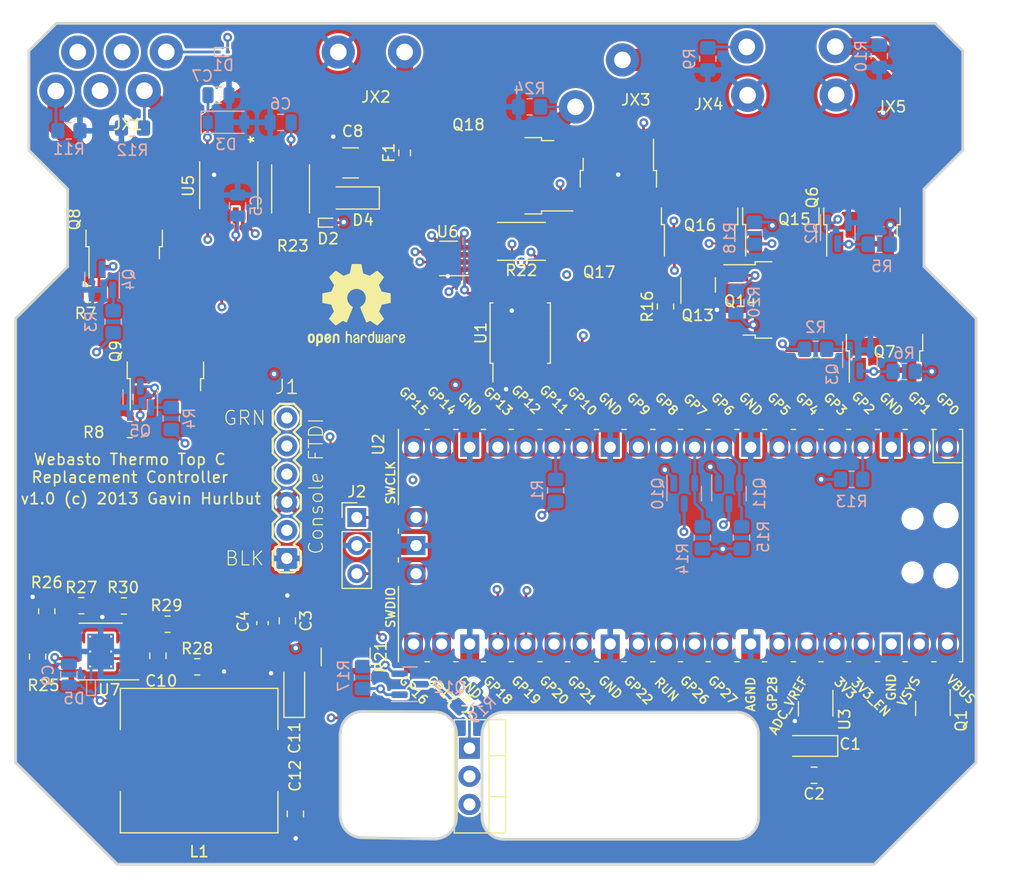
<source format=kicad_pcb>
(kicad_pcb (version 20211014) (generator pcbnew)
  (title_block (title "Webasto Replacement Mainboard (Therma Top C)") (date "2023-01-18") (rev "1.0"))
  (layers (0 "F.Cu" signal) (1 "In1.Cu" signal) (2 "In2.Cu" signal) (31 "B.Cu" signal) (34 "B.Paste" user) (35 "F.Paste" user) (36 "B.SilkS" user "B.Silkscreen") (37 "F.SilkS" user "F.Silkscreen") (38 "B.Mask" user) (39 "F.Mask" user) (44 "Edge.Cuts" user))
  (net 0 "")
  (net 1 "CirculationPump")
  (net 2 "+12V")
  (net 3 "+3V3")
  (net 4 "Net-(C6-Pad1)")
  (net 5 "KLine")
  (net 6 "Net-(C9-Pad1)")
  (net 7 "Net-(C9-Pad2)")
  (net 8 "Net-(C10-Pad1)")
  (net 9 "Net-(C10-Pad2)")
  (net 10 "ConsoleRTS")
  (net 11 "ConsoleCTS")
  (net 12 "SCL")
  (net 13 "SDA")
  (net 14 "+5V")
  (net 15 "Net-(Q2-Pad1)")
  (net 16 "Net-(Q2-Pad3)")
  (net 17 "Net-(Q3-Pad1)")
  (net 18 "Net-(Q3-Pad3)")
  (net 19 "Net-(Q4-Pad1)")
  (net 20 "Net-(Q4-Pad3)")
  (net 21 "Net-(Q5-Pad1)")
  (net 22 "Net-(Q5-Pad3)")
  (net 23 "~{GlowPlugInEN3V}")
  (net 24 "~{GlowPlugInEN}")
  (net 25 "~{GlowPlugOutEN3V}")
  (net 26 "~{GlowPlugOutEN}")
  (net 27 "Net-(Q13-Pad1)")
  (net 28 "Net-(Q13-Pad3)")
  (net 29 "Net-(Q14-Pad2)")
  (net 30 "GlowPlug+")
  (net 31 "Kelvin+")
  (net 32 "GlowPlug-")
  (net 33 "Kelvin-")
  (net 34 "CombustionFan3V")
  (net 35 "CirculationPump3V")
  (net 36 "FuelPump3V")
  (net 37 "VehicleFanRelay3V")
  (net 38 "GlowPlugOut3V")
  (net 39 "ConsoleTX")
  (net 40 "ConsoleRX")
  (net 41 "KLineEN")
  (net 42 "KLineTX")
  (net 43 "KLineRX")
  (net 47 "Net-(J2-Pad1)")
  (net 48 "Net-(J2-Pad3)")
  (net 59 "GND")
  (net 60 "FuelPump")
  (net 61 "VehicleFanRelay")
  (net 62 "CombustionFan")
  (net 63 "/VBUS")
  (net 64 "/VSYS")
  (net 65 "/ADC_VREF")
  (net 66 "StartRun")
  (net 67 "StartRun3V")
  (net 68 "Net-(D2-Pad1)")
  (net 69 "Net-(R21-Pad2)")
  (net 70 "Net-(R25-Pad2)")
  (net 71 "Net-(R27-Pad1)")
  (net 72 "Net-(R29-Pad2)")
  (net 73 "Net-(F1-Pad2)")
  (net 74 "Net-(Q12-Pad3)")
  (footprint "Package_SO:SOIC-8_5.23x5.23mm_P1.27mm" (layer "F.Cu") (at 145.796 81.534 90)
    (fp_text reference "U1")
    (fp_text value "CY15E004J")
  )
  (footprint "Resistor_SMD:R_0805_2012Metric_Pad1.20x1.40mm_HandSolder" (layer "F.Cu") (at 106.75 78)
    (fp_text reference "R7")
    (fp_text value "10k")
  )
  (footprint "Resistor_SMD:R_0805_2012Metric_Pad1.20x1.40mm_HandSolder" (layer "F.Cu") (at 106.125 106.175)
    (fp_text reference "R27")
    (fp_text value "47k")
  )
  (footprint "Beirdo:Webasto_Therma_Top_C_X3" (layer "F.Cu") (at 152.675 59)
    (fp_text reference "JX3")
    (fp_text value "2-pole connector")
  )
  (footprint "Symbol:OSHW-Logo2_9.8x8mm_SilkScreen" (layer "F.Cu") (at 131 79)
    (fp_text reference "REF**" hide)
    (fp_text value "OSHW-Logo2_9.8x8mm_SilkScreen" hide)
  )
  (footprint "Package_TO_SOT_SMD:TO-252-2" (layer "F.Cu") (at 169.505 78.535)
    (fp_text reference "Q14")
    (fp_text value "SUD50P04-08")
  )
  (footprint "Resistor_SMD:R_0805_2012Metric_Pad1.20x1.40mm_HandSolder" (layer "F.Cu") (at 113.925 107.85 180)
    (fp_text reference "R29")
    (fp_text value "3.0k")
  )
  (footprint "Resistor_SMD:R_2512_6332Metric_Pad1.40x3.35mm_HandSolder" (layer "F.Cu") (at 145.9 73.24 180)
    (fp_text reference "R22")
    (fp_text value "1R 1% 2W")
  )
  (footprint "Connector_PinHeader_2.54mm:PinHeader_1x03_P2.54mm_Vertical" (layer "F.Cu") (at 131.025 98.2)
    (fp_text reference "J2")
    (fp_text value "DEBUG")
  )
  (footprint "Resistor_SMD:R_0805_2012Metric_Pad1.20x1.40mm_HandSolder" (layer "F.Cu") (at 158.93 79.13 90)
    (fp_text reference "R16")
    (fp_text value "10R")
  )
  (footprint "Resistor_SMD:R_0805_2012Metric_Pad1.20x1.40mm_HandSolder" (layer "F.Cu") (at 110.5 90.25)
    (fp_text reference "R8")
    (fp_text value "10k")
  )
  (footprint "Package_TO_SOT_THT:TO-220-3_Vertical" (layer "F.Cu") (at 141.20858 119.054629 -90)
    (fp_text reference "U4")
    (fp_text value "LM7805_TO220")
  )
  (footprint "Package_TO_SOT_SMD:TO-252-2" (layer "F.Cu") (at 113.725 83.175 90)
    (fp_text reference "Q9")
    (fp_text value "SUD50P04-08")
  )
  (footprint "Package_TO_SOT_SMD:TO-252-2" (layer "F.Cu") (at 176.685 69.265 90)
    (fp_text reference "Q6")
    (fp_text value "SUD50P04-08")
  )
  (footprint "Resistor_SMD:R_0805_2012Metric_Pad1.20x1.40mm_HandSolder" (layer "F.Cu") (at 102.175 110.775 90)
    (fp_text reference "R25")
    (fp_text value "909k 1%")
  )
  (footprint "Package_TO_SOT_SMD:SOT-23" (layer "F.Cu") (at 172.5 115.5 -90)
    (fp_text reference "U3")
    (fp_text value "LM4040DBZ-2.0")
  )
  (footprint "Capacitor_SMD:C_0805_2012Metric_Pad1.18x1.45mm_HandSolder" (layer "F.Cu") (at 124.75 107.5375 -90)
    (fp_text reference "C3")
    (fp_text value "100nF 25V")
  )
  (footprint "Package_TO_SOT_SMD:SOT-23" (layer "F.Cu") (at 183.1 115.45 -90)
    (fp_text reference "Q1")
    (fp_text value "DMG2301L")
  )
  (footprint "UltraLibrarian:MC33660BEFR2" (layer "F.Cu") (at 119.45 68.175 -90)
    (fp_text reference "U5")
    (fp_text value "MC33660BEFR2")
  )
  (footprint "Resistor_SMD:R_2816_7142Metric_Pad3.20x4.45mm_HandSolder" (layer "F.Cu") (at 130.02 110.8 -90)
    (fp_text reference "R21")
    (fp_text value "50R 1% 1W")
  )
  (footprint "Package_TO_SOT_SMD:TO-252-2" (layer "F.Cu") (at 178.725 80.675 90)
    (fp_text reference "Q7")
    (fp_text value "SUD50P04-08")
  )
  (footprint "Resistor_SMD:R_0805_2012Metric_Pad1.20x1.40mm_HandSolder" (layer "F.Cu") (at 103 106.675 90)
    (fp_text reference "R26")
    (fp_text value "324k 1%")
  )
  (footprint "Resistor_SMD:R_0805_2012Metric_Pad1.20x1.40mm_HandSolder" (layer "F.Cu") (at 116.6 111.7)
    (fp_text reference "R28")
    (fp_text value "6k2")
  )
  (footprint "Beirdo:Webasto_Therma_Top_C_X4X5" (layer "F.Cu") (at 166.275 57.875)
    (fp_text reference "JX4")
    (fp_text value "2-pole connector")
  )
  (footprint "Resistor_SMD:R_2512_6332Metric_Pad1.40x3.35mm_HandSolder" (layer "F.Cu") (at 125.04 68.5 90)
    (fp_text reference "R23")
    (fp_text value "510R 2W")
  )
  (footprint "Package_TO_SOT_SMD:SOT-23" (layer "F.Cu") (at 161.88 77.1775 90)
    (fp_text reference "Q13")
    (fp_text value "2N7002")
  )
  (footprint "Capacitor_SMD:C_0603_1608Metric_Pad1.08x0.95mm_HandSolder" (layer "F.Cu") (at 122.5 107.75 -90)
    (fp_text reference "C4")
    (fp_text value "100nF 25V")
  )
  (footprint "Package_TO_SOT_SMD:TO-252-2" (layer "F.Cu") (at 145.255 67.315 180)
    (fp_text reference "Q18")
    (fp_text value "SUD50P04-08")
  )
  (footprint "Resistor_SMD:R_0603_1608Metric_Pad0.98x0.95mm_HandSolder" (layer "F.Cu") (at 135.35 65.2375 90)
    (fp_text reference "F1")
    (fp_text value "6A Polyfuse")
  )
  (footprint "Capacitor_Tantalum_SMD:CP_EIA-3216-10_Kemet-I_Pad1.58x1.35mm_HandSolder" (layer "F.Cu") (at 172.0125 118.85 180)
    (fp_text reference "C1")
    (fp_text value "10uF Ta 6V3")
  )
  (footprint "MCU_RaspberryPi_and_Boards:RPi_Pico_SMD_TH" (layer "F.Cu") (at 160.285 100.74 -90)
    (fp_text reference "U2")
    (fp_text value "Pico")
  )
  (footprint "Diode_SMD:D_SOD-923" (layer "F.Cu") (at 128.3525 71.55)
    (fp_text reference "D2")
    (fp_text value "ACDBQC0130L-HF")
  )
  (footprint "UltraLibrarian:PM4346.333NLT" (layer "F.Cu") (at 116.775 120.175)
    (fp_text reference "L1")
    (fp_text value "33uH 5A 88mOhm")
  )
  (footprint "Package_TO_SOT_SMD:SOT-23-8" (layer "F.Cu") (at 139.3225 74.785 180)
    (fp_text reference "U6")
    (fp_text value "INA219BxDCN")
  )
  (footprint "Package_TO_SOT_SMD:TO-252-2" (layer "F.Cu") (at 154.665 69.305 -90)
    (fp_text reference "Q17")
    (fp_text value "SUD50P04-08")
  )
  (footprint "Diode_SMD:D_SOD-123" (layer "F.Cu") (at 130.81 69.32 180)
    (fp_text reference "D4")
    (fp_text value "MMSZ5260C-E3-08")
  )
  (footprint "Package_TO_SOT_SMD:TO-252-2" (layer "F.Cu") (at 162.01 69.26 90)
    (fp_text reference "Q16")
    (fp_text value "SUD50P04-08")
  )
  (footprint "Beirdo:Webasto_Therma_Top_C_X2" (layer "F.Cu") (at 132.375 56.125)
    (fp_text reference "JX2")
    (fp_text value "2-pole connector")
  )
  (footprint "Capacitor_Tantalum_SMD:CP_EIA-3216-10_Kemet-I_Pad1.58x1.35mm_HandSolder" (layer "F.Cu") (at 125.375 113.7875 90)
    (fp_text reference "C11")
    (fp_text value "100uF Ta 6V")
  )
  (footprint "Capacitor_SMD:C_0805_2012Metric" (layer "F.Cu") (at 125.475 125 -90)
    (fp_text reference "C12")
    (fp_text value "10uF")
  )
  (footprint "Beirdo:Webasto_Therma_Top_C_X1" (layer "F.Cu") (at 109.0574 57.745)
    (fp_text reference "JX1")
    (fp_text value "6-pole connector")
  )
  (footprint "Capacitor_SMD:C_0805_2012Metric" (layer "F.Cu") (at 113.05 110.7 -90)
    (fp_text reference "C10")
    (fp_text value "10nF")
  )
  (footprint "Capacitor_SMD:C_1210_3225Metric_Pad1.33x2.70mm_HandSolder" (layer "F.Cu") (at 130.4625 66.15 180)
    (fp_text reference "C8")
    (fp_text value "10uF 100V")
  )
  (footprint "Package_TO_SOT_SMD:TO-252-2" (layer "F.Cu") (at 110 71.25 90)
    (fp_text reference "Q8")
    (fp_text value "SUD50P04-08")
  )
  (footprint "Capacitor_SMD:C_0805_2012Metric_Pad1.18x1.45mm_HandSolder" (layer "F.Cu") (at 172.3625 121.5 180)
    (fp_text reference "C2")
    (fp_text value "100nF")
  )
  (footprint "Beirdo:FTDI_BASIC" (layer "F.Cu") (at 124.7 101.9 90)
    (fp_text reference "J1")
    (fp_text value "Console FTDI")
  )
  (footprint "Package_TO_SOT_SMD:TO-252-2" (layer "F.Cu") (at 169.35 69.25 90)
    (fp_text reference "Q15")
    (fp_text value "SUD50P04-08")
  )
  (footprint "Resistor_SMD:R_0805_2012Metric_Pad1.20x1.40mm_HandSolder" (layer "F.Cu") (at 109.975 106.2 180)
    (fp_text reference "R30")
    (fp_text value "750R")
  )
  (footprint "Package_SO:HTSOP-8-1EP_3.9x4.9mm_P1.27mm_EP2.4x3.2mm_ThermalVias" (layer "F.Cu") (at 107.875 110.315 180)
    (fp_text reference "U7")
    (fp_text value "BD9G341EFJ")
  )
  (footprint "Beirdo:Webasto_Therma_Top_C_X4X5" (layer "F.Cu") (at 174.275 57.85)
    (fp_text reference "JX5")
    (fp_text value "2-pole connector")
  )
  (footprint "Diode_SMD:D_SOD-923" (layer "B.Cu") (at 118.95 56.125)
    (fp_text reference "D1")
    (fp_text value "ACDBQC0130L-HF")
  )
  (footprint "Resistor_SMD:R_0805_2012Metric_Pad1.20x1.40mm_HandSolder" (layer "B.Cu") (at 109 80.5 90)
    (fp_text reference "R3")
    (fp_text value "10R")
  )
  (footprint "Package_TO_SOT_SMD:SOT-23" (layer "B.Cu") (at 164.66 96.05 -90)
    (fp_text reference "Q11")
    (fp_text value "2N7002")
  )
  (footprint "Resistor_SMD:R_0805_2012Metric_Pad1.20x1.40mm_HandSolder" (layer "B.Cu") (at 165.29 78.72 90)
    (fp_text reference "R20")
    (fp_text value "10k")
  )
  (footprint "Diode_SMD:D_SOD-123" (layer "B.Cu") (at 119.2 62.475)
    (fp_text reference "D3")
    (fp_text value "BZT52C27-7-F")
  )
  (footprint "Resistor_SMD:R_0805_2012Metric_Pad1.20x1.40mm_HandSolder" (layer "B.Cu") (at 146.64 61.08 180)
    (fp_text reference "R24")
    (fp_text value "100k")
  )
  (footprint "Package_TO_SOT_SMD:SOT-23" (layer "B.Cu") (at 135.83 113.27)
    (fp_text reference "Q12")
    (fp_text value "SSM3J374R")
  )
  (footprint "Resistor_SMD:R_0805_2012Metric_Pad1.20x1.40mm_HandSolder" (layer "B.Cu") (at 178.25 56.5 -90)
    (fp_text reference "R10")
    (fp_text value "10R")
  )
  (footprint "Resistor_SMD:R_0805_2012Metric_Pad1.20x1.40mm_HandSolder" (layer "B.Cu") (at 149 95.75 -90)
    (fp_text reference "R1")
    (fp_text value "10R")
  )
  (footprint "Resistor_SMD:R_0805_2012Metric_Pad1.20x1.40mm_HandSolder" (layer "B.Cu") (at 166.95 72.5 90)
    (fp_text reference "R18")
    (fp_text value "10k")
  )
  (footprint "Package_TO_SOT_SMD:SOT-23" (layer "B.Cu") (at 108 76.6875 90)
    (fp_text reference "Q4")
    (fp_text value "2N7002")
  )
  (footprint "Resistor_SMD:R_0805_2012Metric_Pad1.20x1.40mm_HandSolder" (layer "B.Cu") (at 165.8 100.03 -90)
    (fp_text reference "R15")
    (fp_text value "10k")
  )
  (footprint "Package_TO_SOT_SMD:SOT-23" (layer "B.Cu") (at 176.5 84 -90)
    (fp_text reference "Q3")
    (fp_text value "2N7002")
  )
  (footprint "Capacitor_SMD:C_0805_2012Metric" (layer "B.Cu") (at 118.525 60.025)
    (fp_text reference "C7")
    (fp_text value "5nF")
  )
  (footprint "Resistor_SMD:R_0805_2012Metric_Pad1.20x1.40mm_HandSolder" (layer "B.Cu") (at 114.25 89.25 90)
    (fp_text reference "R4")
    (fp_text value "10R")
  )
  (footprint "Package_TO_SOT_SMD:SOT-23" (layer "B.Cu") (at 174.5 72.5 -90)
    (fp_text reference "Q2")
    (fp_text value "2N7002")
  )
  (footprint "Package_TO_SOT_SMD:SOT-23" (layer "B.Cu") (at 160.62 96.04 -90)
    (fp_text reference "Q10")
    (fp_text value "2N7002")
  )
  (footprint "Resistor_SMD:R_0805_2012Metric_Pad1.20x1.40mm_HandSolder" (layer "B.Cu") (at 131.55 112.66 90)
    (fp_text reference "R17")
    (fp_text value "10k")
  )
  (footprint "Resistor_SMD:R_0805_2012Metric_Pad1.20x1.40mm_HandSolder" (layer "B.Cu") (at 172.5 83)
    (fp_text reference "R2")
    (fp_text value "10R")
  )
  (footprint "Capacitor_SMD:C_0805_2012Metric" (layer "B.Cu") (at 120.25 70 90)
    (fp_text reference "C5")
    (fp_text value "1nF")
  )
  (footprint "Package_TO_SOT_SMD:SOT-23" (layer "B.Cu") (at 111.45 87.3125 90)
    (fp_text reference "Q5")
    (fp_text value "2N7002")
  )
  (footprint "Resistor_SMD:R_0805_2012Metric_Pad1.20x1.40mm_HandSolder" (layer "B.Cu") (at 180.5 85 180)
    (fp_text reference "R6")
    (fp_text value "10k")
  )
  (footprint "Capacitor_SMD:C_0805_2012Metric" (layer "B.Cu") (at 105 112.4 -90)
    (fp_text reference "C9")
    (fp_text value "100nF")
  )
  (footprint "Resistor_SMD:R_0805_2012Metric_Pad1.20x1.40mm_HandSolder" (layer "B.Cu") (at 162.75 56.75 -90)
    (fp_text reference "R9")
    (fp_text value "10R")
  )
  (footprint "Diode_SMD:D_SOD-923" (layer "B.Cu") (at 107 113.4825 90)
    (fp_text reference "D5")
    (fp_text value "ACDBQC0130L-HF")
  )
  (footprint "Resistor_SMD:R_0805_2012Metric_Pad1.20x1.40mm_HandSolder" (layer "B.Cu") (at 140.937107 114.592893 45)
    (fp_text reference "R19")
    (fp_text value "10k")
  )
  (footprint "Capacitor_SMD:C_0805_2012Metric" (layer "B.Cu") (at 124.14 62.49 180)
    (fp_text reference "C6")
    (fp_text value "10nF")
  )
  (footprint "Resistor_SMD:R_0805_2012Metric_Pad1.20x1.40mm_HandSolder" (layer "B.Cu") (at 105 63.25)
    (fp_text reference "R11")
    (fp_text value "10R")
  )
  (footprint "Resistor_SMD:R_0805_2012Metric_Pad1.20x1.40mm_HandSolder" (layer "B.Cu") (at 110.75 63 180)
    (fp_text reference "R12")
    (fp_text value "10R")
  )
  (footprint "Resistor_SMD:R_0805_2012Metric_Pad1.20x1.40mm_HandSolder" (layer "B.Cu") (at 178.25 73.5 180)
    (fp_text reference "R5")
    (fp_text value "10k")
  )
  (footprint "Resistor_SMD:R_0805_2012Metric_Pad1.20x1.40mm_HandSolder" (layer "B.Cu") (at 162.26 100.03 -90)
    (fp_text reference "R14")
    (fp_text value "10k")
  )
  (footprint "Resistor_SMD:R_0805_2012Metric_Pad1.20x1.40mm_HandSolder" (layer "B.Cu") (at 175.75 94.75)
    (fp_text reference "R13")
    (fp_text value "10k")
  )
  (gr_line locked (start 185.792 65.015) (end 185.792 56.015) (layer "Edge.Cuts") (width 0.254))
  (gr_line locked (start 185.792 56.015) (end 183.317 53.54) (layer "Edge.Cuts") (width 0.254))
  (gr_line locked (start 140.036 125.265) (end 140.036 117.765) (layer "Edge.Cuts") (width 0.254))
  (gr_line locked (start 101.392 65.015) (end 104.892 68.515) (layer "Edge.Cuts") (width 0.254))
  (gr_line locked (start 138.036 115.765) (end 131.546 115.73) (layer "Edge.Cuts") (width 0.254))
  (gr_line locked (start 186.992 80.215) (end 182.292 75.515) (layer "Edge.Cuts") (width 0.254))
  (gr_arc locked (start 140.036 125.265) (mid 139.450214 126.679214) (end 138.036 127.265) (layer "Edge.Cuts") (width 0.254))
  (gr_line locked (start 103.867 53.54) (end 101.392 56.015) (layer "Edge.Cuts") (width 0.254))
  (gr_arc locked (start 144.342 127.29) (mid 142.927774 126.704201) (end 142.342 125.289965) (layer "Edge.Cuts") (width 0.254))
  (gr_arc locked (start 129.546 117.73) (mid 130.131799 116.315774) (end 131.546035 115.73) (layer "Edge.Cuts") (width 0.254))
  (gr_line locked (start 100.192 80.215) (end 100.192 120.348) (layer "Edge.Cuts") (width 0.254))
  (gr_arc locked (start 131.53 127.144) (mid 130.115774 126.558201) (end 129.53 125.143965) (layer "Edge.Cuts") (width 0.254))
  (gr_line locked (start 183.317 53.54) (end 103.867 53.54) (layer "Edge.Cuts") (width 0.254))
  (gr_line locked (start 104.892 75.515) (end 100.192 80.215) (layer "Edge.Cuts") (width 0.254))
  (gr_arc locked (start 138.036 115.765) (mid 139.450214 116.350786) (end 140.036 117.765) (layer "Edge.Cuts") (width 0.254))
  (gr_line locked (start 186.992 120.348) (end 186.992 80.215) (layer "Edge.Cuts") (width 0.254))
  (gr_line locked (start 131.53 127.144) (end 138.036 127.265) (layer "Edge.Cuts") (width 0.254))
  (gr_line locked (start 165.342 115.79) (end 144.342 115.79) (layer "Edge.Cuts") (width 0.254))
  (gr_line locked (start 167.342 125.29) (end 167.342 117.79) (layer "Edge.Cuts") (width 0.254))
  (gr_line locked (start 182.292 68.515) (end 185.792 65.015) (layer "Edge.Cuts") (width 0.254))
  (gr_line locked (start 104.892 68.515) (end 104.892 75.515) (layer "Edge.Cuts") (width 0.254))
  (gr_arc locked (start 165.342 115.79) (mid 166.756214 116.375786) (end 167.342 117.79) (layer "Edge.Cuts") (width 0.254))
  (gr_arc locked (start 167.342 125.29) (mid 166.756214 126.704214) (end 165.342 127.29) (layer "Edge.Cuts") (width 0.254))
  (gr_line locked (start 182.292 75.515) (end 182.292 68.515) (layer "Edge.Cuts") (width 0.254))
  (gr_line locked (start 101.392 56.015) (end 101.392 65.015) (layer "Edge.Cuts") (width 0.254))
  (gr_line locked (start 177.8 129.54) (end 186.992 120.348) (layer "Edge.Cuts") (width 0.254))
  (gr_arc locked (start 142.342 117.79) (mid 142.927799 116.375774) (end 144.342035 115.79) (layer "Edge.Cuts") (width 0.254))
  (gr_line locked (start 109.384 129.54) (end 177.8 129.54) (layer "Edge.Cuts") (width 0.254))
  (gr_line locked (start 144.342 127.29) (end 165.342 127.29) (layer "Edge.Cuts") (width 0.254))
  (gr_line locked (start 142.342 117.79) (end 142.342 125.29) (layer "Edge.Cuts") (width 0.254))
  (gr_line locked (start 129.514 117.695) (end 129.514 125.195) (layer "Edge.Cuts") (width 0.254))
  (gr_line locked (start 100.192 120.348) (end 109.384 129.54) (layer "Edge.Cuts") (width 0.254))
  (gr_text "v1.0 (c) 2013 Gavin Hurlbut" (at 111.5 96.5) (layer "F.SilkS") (effects (font (size 1 1))))
  (gr_text "Webasto Thermo Top C\nReplacement Controller" (at 110.5 93.75) (layer "F.SilkS") (effects (font (size 1 1))))
  (segment (start 181.25 58.75) (end 178.1402 55.6402) (width 1.5) (layer "F.Cu") (net 1))
  (segment (start 178.925 78.575) (end 181.25 76.25) (width 0.25) (layer "F.Cu") (net 1))
  (segment (start 178.1402 55.6402) (end 174.275 55.6402) (width 1.5) (layer "F.Cu") (net 1))
  (segment (start 178.725 78.575) (end 178.925 78.575) (width 0.25) (layer "F.Cu") (net 1))
  (segment (start 181.25 76.25) (end 181.25 58.75) (width 1.5) (layer "F.Cu") (net 1))
  (segment (start 178.25 55.5) (end 178.1098 55.6402) (width 0.25) (layer "B.Cu") (net 1))
  (segment (start 178.1098 55.6402) (end 174.275 55.6402) (width 0.25) (layer "B.Cu") (net 1))
  (segment (start 165.34 80.78) (end 165.305 80.815) (width 0.25) (layer "F.Cu") (net 2))
  (segment (start 128.7725 71.55) (end 129.8 71.55) (width 0.25) (layer "F.Cu") (net 2))
  (segment (start 102.62 112.22) (end 102.175 111.775) (width 0.25) (layer "F.Cu") (net 2))
  (segment (start 129.8 71.55) (end 129.85 71.5) (width 0.25) (layer "F.Cu") (net 2))
  (via (at 179.25 71.75) (size 0.8) (drill 0.4) (layers "F.Cu" "B.Cu") (net 2))
  (via (at 166.88 80.78) (size 0.8) (drill 0.4) (layers "F.Cu" "B.Cu") (net 2))
  (via (at 129.85 71.5) (size 0.8) (drill 0.4) (layers "F.Cu" "B.Cu") (net 2))
  (via (at 183 85) (size 0.8) (drill 0.4) (layers "F.Cu" "B.Cu") (net 2))
  (via (at 168.59 71.81) (size 0.8) (drill 0.4) (layers "F.Cu" "B.Cu") (net 2))
  (via (at 133.6 111.54) (size 0.8) (drill 0.4) (layers "F.Cu" "B.Cu") (net 2))
  (via (at 125.5 110) (size 0.8) (drill 0.4) (layers "F.Cu" "B.Cu") (net 2))
  (segment (start 181.5 85) (end 183 85) (width 0.25) (layer "B.Cu") (net 2))
  (segment (start 131.55 111.66) (end 133.48 111.66) (width 0.25) (layer "B.Cu") (net 2))
  (segment (start 168.28 71.5) (end 168.59 71.81) (width 0.25) (layer "B.Cu") (net 2))
  (segment (start 166.95 71.5) (end 168.28 71.5) (width 0.25) (layer "B.Cu") (net 2))
  (segment (start 166.35 80.78) (end 166.88 80.78) (width 0.25) (layer "B.Cu") (net 2))
  (segment (start 134.8925 112.32) (end 134.38 112.32) (width 0.25) (layer "B.Cu") (net 2))
  (segment (start 179.25 73.5) (end 179.25 71.75) (width 0.25) (layer "B.Cu") (net 2))
  (segment (start 165.29 79.72) (end 166.35 80.78) (width 0.25) (layer "B.Cu") (net 2))
  (segment (start 134.38 112.32) (end 133.6 111.54) (width 0.25) (layer "B.Cu") (net 2))
  (segment (start 133.48 111.66) (end 133.6 111.54) (width 0.25) (layer "B.Cu") (net 2))
  (segment (start 143.891 77.934) (end 141.064 77.934) (width 0.25) (layer "F.Cu") (net 3))
  (segment (start 120.085 81.685) (end 123.36 84.96) (width 0.25) (layer "F.Cu") (net 3))
  (segment (start 120.085 72.665) (end 120.085 81.685) (width 0.25) (layer "F.Cu") (net 3))
  (segment (start 120.085 70.89915) (end 120.085 72.665) (width 0.25) (layer "F.Cu") (net 3))
  (segment (start 141.064 77.934) (end 140.76 77.63) (width 0.25) (layer "F.Cu") (net 3))
  (segment (start 140.46 73.81) (end 140.46 72.79) (width 0.25) (layer "F.Cu") (net 3))
  (segment (start 140.46 72.79) (end 140.75 72.5) (width 0.25) (layer "F.Cu") (net 3))
  (via (at 139.95 86.21) (size 0.8) (drill 0.4) (layers "F.Cu" "B.Cu") (net 3))
  (via (at 140.75 72.5) (size 0.8) (drill 0.4) (layers "F.Cu" "B.Cu") (net 3))
  (via (at 162.97 93.62) (size 0.8) (drill 0.4) (layers "F.Cu" "B.Cu") (net 3))
  (via (at 120.085 72.665) (size 0.8) (drill 0.4) (layers "F.Cu" "B.Cu") (net 3))
  (via (at 173 94.75) (size 0.8) (drill 0.4) (layers "F.Cu" "B.Cu") (net 3))
  (via (at 158.87 93.88) (size 0.8) (drill 0.4) (layers "F.Cu" "B.Cu") (net 3))
  (via (at 164.11 101.03) (size 0.8) (drill 0.4) (layers "F.Cu" "B.Cu") (net 3))
  (via (at 140.76 77.63) (size 0.8) (drill 0.4) (layers "F.Cu" "B.Cu") (net 3))
  (via (at 123.55 85.23) (size 0.8) (drill 0.4) (layers "F.Cu" "B.Cu") (net 3))
  (segment (start 120.25 70.95) (end 120.25 72.5) (width 0.25) (layer "B.Cu") (net 3))
  (segment (start 140.75 72.5) (end 140.76 72.51) (width 0.25) (layer "B.Cu") (net 3))
  (segment (start 162.26 101.03) (end 165.8 101.03) (width 0.25) (layer "B.Cu") (net 3))
  (segment (start 120.25 72.5) (end 120.085 72.665) (width 0.25) (layer "B.Cu") (net 3))
  (segment (start 140.76 72.51) (end 140.76 77.63) (width 0.25) (layer "B.Cu") (net 3))
  (segment (start 174.75 94.75) (end 173 94.75) (width 0.25) (layer "B.Cu") (net 3))
  (segment (start 159.67 95.1025) (end 159.67 94.68) (width 0.25) (layer "B.Cu") (net 3))
  (segment (start 163.71 94.36) (end 162.97 93.62) (width 0.25) (layer "B.Cu") (net 3))
  (segment (start 163.71 95.1125) (end 163.71 94.36) (width 0.25) (layer "B.Cu") (net 3))
  (segment (start 159.67 94.68) (end 158.87 93.88) (width 0.25) (layer "B.Cu") (net 3))
  (segment (start 121.355 65.45085) (end 125.03915 65.45085) (width 0.25) (layer "F.Cu") (net 4))
  (segment (start 125.04 64.07) (end 125.09 64.02) (width 0.25) (layer "F.Cu") (net 4))
  (segment (start 125.04 65.45) (end 125.04 64.07) (width 0.25) (layer "F.Cu") (net 4))
  (segment (start 125.03915 65.45085) (end 125.04 65.45) (width 0.25) (layer "F.Cu") (net 4))
  (via (at 125.09 64.02) (size 0.8) (drill 0.4) (layers "F.Cu" "B.Cu") (net 4))
  (segment (start 125.09 64.02) (end 125.09 62.49) (width 0.25) (layer "B.Cu") (net 4))
  (segment (start 117.525 65.43085) (end 117.545 65.45085) (width 0.25) (layer "F.Cu") (net 5))
  (segment (start 117.525 63.85) (end 117.525 65.43085) (width 0.25) (layer "F.Cu") (net 5))
  (via (at 117.525 63.85) (size 0.8) (drill 0.4) (layers "F.Cu" "B.Cu") (net 5))
  (segment (start 117.575 62.45) (end 117.55 62.475) (width 0.25) (layer "B.Cu") (net 5))
  (segment (start 117.575 60.025) (end 117.575 62.45) (width 0.25) (layer "B.Cu") (net 5))
  (segment (start 117.55 63.825) (end 117.525 63.85) (width 0.25) (layer "B.Cu") (net 5))
  (segment (start 117.55 62.475) (end 117.55 63.825) (width 0.25) (layer "B.Cu") (net 5))
  (segment (start 103.825 110.95) (end 105.225 110.95) (width 0.25) (layer "F.Cu") (net 6))
  (segment (start 103.725 110.85) (end 103.825 110.95) (width 0.25) (layer "F.Cu") (net 6))
  (via (at 103.725 110.85) (size 0.8) (drill 0.4) (layers "F.Cu" "B.Cu") (net 6))
  (segment (start 103.9 111.475) (end 103.925 111.45) (width 0.25) (layer "B.Cu") (net 6))
  (segment (start 103.725 110.85) (end 103.725 111.3) (width 0.25) (layer "B.Cu") (net 6))
  (segment (start 103.925 111.45) (end 105 111.45) (width 0.25) (layer "B.Cu") (net 6))
  (segment (start 103.725 111.3) (end 103.9 111.475) (width 0.25) (layer "B.Cu") (net 6))
  (segment (start 110.525 115.425) (end 111.0727 115.9727) (width 0.75) (layer "F.Cu") (net 7))
  (segment (start 110.525 114.65) (end 110.525 115.425) (width 0.75) (layer "F.Cu") (net 7))
  (segment (start 110.525 112.22) (end 110.525 114.65) (width 0.75) (layer "F.Cu") (net 7))
  (segment (start 111.0727 115.9727) (end 111.0727 120.175) (width 0.75) (layer "F.Cu") (net 7))
  (segment (start 107.825 114.75) (end 110.425 114.75) (width 0.25) (layer "F.Cu") (net 7))
  (segment (start 110.425 114.75) (end 110.525 114.65) (width 0.25) (layer "F.Cu") (net 7))
  (via (at 107.825 114.75) (size 0.8) (drill 0.4) (layers "F.Cu" "B.Cu") (net 7))
  (segment (start 106.05 113.35) (end 106.6025 113.9025) (width 0.25) (layer "B.Cu") (net 7))
  (segment (start 107.825 114.7275) (end 107.825 114.75) (width 0.25) (layer "B.Cu") (net 7))
  (segment (start 106.6025 113.9025) (end 107 113.9025) (width 0.25) (layer "B.Cu") (net 7))
  (segment (start 105 113.35) (end 106.05 113.35) (width 0.25) (layer "B.Cu") (net 7))
  (segment (start 107 113.9025) (end 107.825 114.7275) (width 0.25) (layer "B.Cu") (net 7))
  (segment (start 110.525 109.68) (end 112.98 109.68) (width 0.25) (layer "F.Cu") (net 8))
  (segment (start 112.98 109.68) (end 113.05 109.75) (width 0.25) (layer "F.Cu") (net 8))
  (segment (start 113.1 111.7) (end 115.6 111.7) (width 0.25) (layer "F.Cu") (net 9))
  (segment (start 113.05 111.65) (end 113.1 111.7) (width 0.25) (layer "F.Cu") (net 9))
  (segment (start 146.315 104.885) (end 146.4 104.8) (width 0.25) (layer "F.Cu") (net 10))
  (segment (start 146.315 109.63) (end 146.315 104.885) (width 0.25) (layer "F.Cu") (net 10))
  (via (at 146.4 104.8) (size 0.8) (drill 0.4) (layers "F.Cu" "B.Cu") (net 10))
  (segment (start 143.775 109.63) (end 143.775 104.775) (width 0.25) (layer "F.Cu") (net 11))
  (segment (start 143.775 104.775) (end 143.7 104.7) (width 0.25) (layer "F.Cu") (net 11))
  (via (at 143.7 104.7) (size 0.8) (drill 0.4) (layers "F.Cu" "B.Cu") (net 11))
  (segment (start 146.431 75.631) (end 145.89 75.09) (width 0.25) (layer "F.Cu") (net 12))
  (segment (start 138.185 75.11) (end 136.74 75.11) (width 0.25) (layer "F.Cu") (net 12))
  (segment (start 138.185 75.76) (end 138.185 75.11) (width 0.25) (layer "F.Cu") (net 12))
  (segment (start 136.74 75.11) (end 136.72 75.09) (width 0.25) (layer "F.Cu") (net 12))
  (segment (start 138.185 73.095) (end 137.79 72.7) (width 0.25) (layer "F.Cu") (net 12))
  (segment (start 146.431 77.934) (end 146.431 75.631) (width 0.25) (layer "F.Cu") (net 12))
  (segment (start 138.185 73.81) (end 138.185 73.095) (width 0.25) (layer "F.Cu") (net 12))
  (via (at 136.72 75.09) (size 0.8) (drill 0.4) (layers "F.Cu" "B.Cu") (net 12))
  (via (at 145.89 75.09) (size 0.8) (drill 0.4) (layers "F.Cu" "B.Cu") (net 12))
  (via (at 137.79 72.7) (size 0.8) (drill 0.4) (layers "F.Cu" "B.Cu") (net 12))
  (segment (start 147.701 75.141) (end 146.77 74.21) (width 0.25) (layer "F.Cu") (net 13))
  (segment (start 147.701 77.934) (end 147.701 75.141) (width 0.25) (layer "F.Cu") (net 13))
  (segment (start 137.114614 74.46) (end 136.842582 74.187968) (width 0.25) (layer "F.Cu") (net 13))
  (segment (start 136.842582 74.187968) (end 136.289485 74.187968) (width 0.25) (layer "F.Cu") (net 13))
  (segment (start 138.185 74.46) (end 137.114614 74.46) (width 0.25) (layer "F.Cu") (net 13))
  (via (at 136.289485 74.187968) (size 0.8) (drill 0.4) (layers "F.Cu" "B.Cu") (net 13))
  (via (at 146.77 74.21) (size 0.8) (drill 0.4) (layers "F.Cu" "B.Cu") (net 13))
  (via (at 147.75 98) (size 0.8) (drill 0.4) (layers "F.Cu" "B.Cu") (net 15))
  (via (at 150 76.25) (size 0.8) (drill 0.4) (layers "F.Cu" "B.Cu") (net 15))
  (via (at 174.5 71.25) (size 0.8) (drill 0.4) (layers "F.Cu" "B.Cu") (net 15))
  (segment (start 173.55 71.5625) (end 174.1875 71.5625) (width 0.25) (layer "B.Cu") (net 15))
  (segment (start 174.1875 71.5625) (end 174.5 71.25) (width 0.25) (layer "B.Cu") (net 15))
  (segment (start 149 96.75) (end 147.75 98) (width 0.25) (layer "B.Cu") (net 15))
  (segment (start 175.5 73.5) (end 174.44 73.5) (width 0.25) (layer "F.Cu") (net 16))
  (segment (start 174.44 73.5) (end 174.405 73.465) (width 0.25) (layer "F.Cu") (net 16))
  (via (at 175.5 73.5) (size 0.8) (drill 0.4) (layers "F.Cu" "B.Cu") (net 16))
  (segment (start 177.25 73.5) (end 175.5 73.5) (width 0.25) (layer "B.Cu") (net 16))
  (segment (start 174.5 73.4375) (end 175.4375 73.4375) (width 0.25) (layer "B.Cu") (net 16))
  (segment (start 175.4375 73.4375) (end 175.5 73.5) (width 0.25) (layer "B.Cu") (net 16))
  (segment (start 175.4875 83) (end 175.55 83.0625) (width 0.25) (layer "B.Cu") (net 17))
  (segment (start 173.5 83) (end 175.4875 83) (width 0.25) (layer "B.Cu") (net 17))
  (segment (start 177.75 85) (end 176.57 85) (width 0.25) (layer "F.Cu") (net 18))
  (segment (start 176.57 85) (end 176.445 84.875) (width 0.25) (layer "F.Cu") (net 18))
  (via (at 177.75 85) (size 0.8) (drill 0.4) (layers "F.Cu" "B.Cu") (net 18))
  (segment (start 179.5 85) (end 177.75 85) (width 0.25) (layer "B.Cu") (net 18))
  (segment (start 177.6875 84.9375) (end 177.75 85) (width 0.25) (layer "B.Cu") (net 18))
  (segment (start 176.5 84.9375) (end 177.6875 84.9375) (width 0.25) (layer "B.Cu") (net 18))
  (segment (start 109 77.675) (end 108.95 77.625) (width 0.25) (layer "B.Cu") (net 19))
  (segment (start 109 79.5) (end 109 77.675) (width 0.25) (layer "B.Cu") (net 19))
  (segment (start 109 75.5) (end 107.77 75.5) (width 0.25) (layer "F.Cu") (net 20))
  (segment (start 107.75 78) (end 107.72 77.97) (width 0.25) (layer "F.Cu") (net 20))
  (segment (start 107.72 77.97) (end 107.72 75.45) (width 0.25) (layer "F.Cu") (net 20))
  (segment (start 107.77 75.5) (end 107.72 75.45) (width 0.25) (layer "F.Cu") (net 20))
  (via (at 109 75.5) (size 0.8) (drill 0.4) (layers "F.Cu" "B.Cu") (net 20))
  (segment (start 108.75 75.75) (end 109 75.5) (width 0.25) (layer "B.Cu") (net 20))
  (segment (start 108 75.75) (end 108.75 75.75) (width 0.25) (layer "B.Cu") (net 20))
  (segment (start 112.4 88.25) (end 114.25 88.25) (width 0.25) (layer "B.Cu") (net 21))
  (segment (start 112.75 87) (end 112.375 87.375) (width 0.25) (layer "F.Cu") (net 22))
  (segment (start 111.445 87.375) (end 111.445 88.945) (width 0.25) (layer "F.Cu") (net 22))
  (segment (start 111.445 90.195) (end 111.5 90.25) (width 0.25) (layer "F.Cu") (net 22))
  (segment (start 112.375 87.375) (end 111.445 87.375) (width 0.25) (layer "F.Cu") (net 22))
  (segment (start 112.75 86.5) (end 112.75 87) (width 0.25) (layer "F.Cu") (net 22))
  (segment (start 111.445 88.945) (end 111.445 90.195) (width 0.25) (layer "F.Cu") (net 22))
  (via (at 111.445 88.945) (size 0.8) (drill 0.4) (layers "F.Cu" "B.Cu") (net 22))
  (via (at 112.75 86.5) (size 0.8) (drill 0.4) (layers "F.Cu" "B.Cu") (net 22))
  (segment (start 111.45 86.375) (end 112.625 86.375) (width 0.25) (layer "B.Cu") (net 22))
  (segment (start 112.625 86.375) (end 112.75 86.5) (width 0.25) (layer "B.Cu") (net 22))
  (segment (start 161.57 91.865) (end 161.555 91.85) (width 0.25) (layer "B.Cu") (net 23))
  (segment (start 161.57 95.1025) (end 161.57 91.865) (width 0.25) (layer "B.Cu") (net 23))
  (segment (start 161.57 96.91) (end 161.57 95.1025) (width 0.25) (layer "B.Cu") (net 23))
  (segment (start 162.26 97.6) (end 161.57 96.91) (width 0.25) (layer "B.Cu") (net 23))
  (segment (start 162.26 99.03) (end 162.26 97.6) (width 0.25) (layer "B.Cu") (net 23))
  (segment (start 159.68 71.39) (end 159.68 73.41) (width 0.25) (layer "F.Cu") (net 24))
  (segment (start 149.455 69.595) (end 149.455 68.075) (width 0.25) (layer "F.Cu") (net 24))
  (segment (start 159.73 75.86) (end 159.74 75.87) (width 0.25) (layer "F.Cu") (net 24))
  (segment (start 159.73 73.46) (end 159.73 75.86) (width 0.25) (layer "F.Cu") (net 24))
  (segment (start 159.68 73.41) (end 159.73 73.46) (width 0.25) (layer "F.Cu") (net 24))
  (segment (start 149.455 68.075) (end 149.4 68.02) (width 0.25) (layer "F.Cu") (net 24))
  (via (at 160.59 99.49) (size 0.8) (drill 0.4) (layers "F.Cu" "B.Cu") (net 24))
  (via (at 159.74 75.87) (size 0.8) (drill 0.4) (layers "F.Cu" "B.Cu") (net 24))
  (via (at 159.68 71.39) (size 0.8) (drill 0.4) (layers "F.Cu" "B.Cu") (net 24))
  (via (at 133.17 113.69) (size 0.8) (drill 0.4) (layers "F.Cu" "B.Cu") (net 24))
  (via (at 149.4 68.02) (size 0.8) (drill 0.4) (layers "F.Cu" "B.Cu") (net 24))
  (segment (start 160.62 99.46) (end 160.62 96.9775) (width 0.25) (layer "B.Cu") (net 24))
  (segment (start 133.17 113.69) (end 133.7 114.22) (width 0.25) (layer "B.Cu") (net 24))
  (segment (start 133.7 114.22) (end 134.8925 114.22) (width 0.25) (layer "B.Cu") (net 24))
  (segment (start 133.17 113.69) (end 133.14 113.66) (width 0.25) (layer "B.Cu") (net 24))
  (segment (start 160.59 99.49) (end 160.62 99.46) (width 0.25) (layer "B.Cu") (net 24))
  (segment (start 133.14 113.66) (end 131.55 113.66) (width 0.25) (layer "B.Cu") (net 24))
  (segment (start 165.8 99.03) (end 165.8 97.33) (width 0.25) (layer "B.Cu") (net 25))
  (segment (start 165.8 97.33) (end 165.61 97.14) (width 0.25) (layer "B.Cu") (net 25))
  (segment (start 165.61 97.14) (end 165.61 95.1125) (width 0.25) (layer "B.Cu") (net 25))
  (segment (start 165.61 93.365) (end 164.095 91.85) (width 0.25) (layer "B.Cu") (net 25))
  (segment (start 165.61 95.1125) (end 165.61 93.365) (width 0.25) (layer "B.Cu") (net 25))
  (segment (start 168.55 73.45) (end 167.07 73.45) (width 0.25) (layer "F.Cu") (net 26))
  (segment (start 156.945 62.545) (end 156.97 62.52) (width 0.25) (layer "F.Cu") (net 26))
  (segment (start 156.945 65.105) (end 156.945 62.545) (width 0.25) (layer "F.Cu") (net 26))
  (via (at 168.55 73.45) (size 0.8) (drill 0.4) (layers "F.Cu" "B.Cu") (net 26))
  (via (at 164.16 98.85) (size 0.8) (drill 0.4) (layers "F.Cu" "B.Cu") (net 26))
  (via (at 156.97 62.52) (size 0.8) (drill 0.4) (layers "F.Cu" "B.Cu") (net 26))
  (segment (start 164.66 98.35) (end 164.16 98.85) (width 0.25) (layer "B.Cu") (net 26))
  (segment (start 168.5 73.5) (end 168.55 73.45) (width 0.25) (layer "B.Cu") (net 26))
  (segment (start 164.66 96.9875) (end 164.66 98.35) (width 0.25) (layer "B.Cu") (net 26))
  (segment (start 166.95 73.5) (end 168.5 73.5) (width 0.25) (layer "B.Cu") (net 26))
  (segment (start 158.93 78.13) (end 160.915 78.13) (width 0.25) (layer "F.Cu") (net 27))
  (segment (start 160.915 78.13) (end 160.93 78.115) (width 0.25) (layer "F.Cu") (net 27))
  (segment (start 161.88 76.24) (end 161.895 76.255) (width 0.25) (layer "F.Cu") (net 28))
  (segment (start 161.895 76.255) (end 165.305 76.255) (width 0.25) (layer "F.Cu") (net 28))
  (segment (start 165.37 76.32) (end 165.305 76.255) (width 0.25) (layer "F.Cu") (net 28))
  (segment (start 167.02 76.32) (end 165.37 76.32) (width 0.25) (layer "F.Cu") (net 28))
  (via (at 167.02 76.32) (size 0.8) (drill 0.4) (layers "F.Cu" "B.Cu") (net 28))
  (segment (start 165.29 77.72) (end 165.62 77.72) (width 0.25) (layer "B.Cu") (net 28))
  (segment (start 165.62 77.72) (end 167.02 76.32) (width 0.25) (layer "B.Cu") (net 28))
  (segment (start 171.605 73.475) (end 171.63 73.45) (width 0.25) (layer "F.Cu") (net 29))
  (segment (start 171.605 78.535) (end 171.605 73.475) (width 2) (layer "F.Cu") (net 29))
  (segment (start 169.34 67.16) (end 169.35 67.15) (width 0.2) (layer "F.Cu") (net 30))
  (segment (start 162.01 60.85) (end 158.001 56.841) (width 2) (layer "F.Cu") (net 30))
  (segment (start 162.01 67.16) (end 162.01 60.85) (width 2) (layer "F.Cu") (net 30))
  (segment (start 158.001 56.841) (end 155.0372 56.841) (width 2) (layer "F.Cu") (net 30))
  (segment (start 162.01 67.16) (end 169.34 67.16) (width 2) (layer "F.Cu") (net 30))
  (segment (start 144.65 74.79) (end 145.05 74.39) (width 0.2) (layer "F.Cu") (net 31))
  (segment (start 145.05 74.39) (end 145.05 73.48) (width 0.2) (layer "F.Cu") (net 31))
  (segment (start 142.992139 75.77) (end 143.28 75.77) (width 0.2) (layer "F.Cu") (net 31))
  (segment (start 140.46 76.68) (end 140.46 75.76) (width 0.25) (layer "F.Cu") (net 31))
  (segment (start 140.46 75.76) (end 142.982139 75.76) (width 0.2) (layer "F.Cu") (net 31))
  (segment (start 143.67 75.77) (end 144.65 74.79) (width 0.2) (layer "F.Cu") (net 31))
  (segment (start 128.65 90.95) (end 128.65 106.83) (width 0.2) (layer "F.Cu") (net 31))
  (segment (start 128.65 106.83) (end 130.02 108.2) (width 0.2) (layer "F.Cu") (net 31))
  (segment (start 128.6 90.9) (end 128.65 90.95) (width 0.2) (layer "F.Cu") (net 31))
  (segment (start 162.86 73.43) (end 164.26 73.43) (width 0.2) (layer "F.Cu") (net 31))
  (segment (start 132.51 108.2) (end 130.02 108.2) (width 0.25) (layer "F.Cu") (net 31))
  (segment (start 142.982139 75.76) (end 142.992139 75.77) (width 0.2) (layer "F.Cu") (net 31))
  (segment (start 164.26 73.43) (end 164.29 73.46) (width 0.2) (layer "F.Cu") (net 31))
  (segment (start 140.46 76.68) (end 139.35 77.79) (width 0.2) (layer "F.Cu") (net 31))
  (segment (start 143.28 75.77) (end 143.67 75.77) (width 0.2) (layer "F.Cu") (net 31))
  (segment (start 133.36 109.05) (end 132.51 108.2) (width 0.25) (layer "F.Cu") (net 31))
  (via (at 145.05 73.48) (size 0.8) (drill 0.4) (layers "F.Cu" "B.Cu") (net 31))
  (via (at 133.36 109.05) (size 0.8) (drill 0.4) (layers "F.Cu" "B.Cu") (net 31))
  (via (at 139.35 77.79) (size 0.8) (drill 0.4) (layers "F.Cu" "B.Cu") (net 31))
  (via (at 162.86 73.43) (size 0.8) (drill 0.4) (layers "F.Cu" "B.Cu") (net 31))
  (via (at 128.6 90.9) (size 0.8) (drill 0.4) (layers "F.Cu" "B.Cu") (net 31))
  (segment (start 149.455 62.4232) (end 150.7954 61.0828) (width 1.5) (layer "F.Cu") (net 32))
  (segment (start 149.455 65.035) (end 152.315 65.035) (width 2) (layer "F.Cu") (net 32))
  (segment (start 152.315 65.035) (end 152.385 65.105) (width 0.2) (layer "F.Cu") (net 32))
  (segment (start 149.455 65.035) (end 149.455 62.4232) (width 1.5) (layer "F.Cu") (net 32))
  (segment (start 147.6428 61.0828) (end 150.7954 61.0828) (width 0.2) (layer "B.Cu") (net 32))
  (segment (start 147.64 61.08) (end 147.6428 61.0828) (width 0.2) (layer "B.Cu") (net 32))
  (segment (start 141.99 75.14) (end 142.85 74.28) (width 0.2) (layer "F.Cu") (net 33))
  (segment (start 141.072861 75.11) (end 141.102861 75.14) (width 0.2) (layer "F.Cu") (net 33))
  (segment (start 142.85 67.62) (end 143.155 67.315) (width 0.2) (layer "F.Cu") (net 33))
  (segment (start 140.46 75.11) (end 141.072861 75.11) (width 0.2) (layer "F.Cu") (net 33))
  (segment (start 142.85 74.28) (end 142.85 73.24) (width 0.2) (layer "F.Cu") (net 33))
  (segment (start 141.102861 75.14) (end 141.99 75.14) (width 0.2) (layer "F.Cu") (net 33))
  (segment (start 142.85 73.24) (end 142.85 67.62) (width 0.2) (layer "F.Cu") (net 33))
  (segment (start 149 91.995) (end 148.855 91.85) (width 0.25) (layer "B.Cu") (net 34))
  (segment (start 149 94.75) (end 149 91.995) (width 0.25) (layer "B.Cu") (net 34))
  (segment (start 151.5 81.75) (end 151.395 81.855) (width 0.25) (layer "F.Cu") (net 35))
  (segment (start 151.395 81.855) (end 151.395 91.85) (width 0.25) (layer "F.Cu") (net 35))
  (via (at 151.5 81.75) (size 0.8) (drill 0.4) (layers "F.Cu" "B.Cu") (net 35))
  (via (at 169.5 82.5) (size 0.8) (drill 0.4) (layers "F.Cu" "B.Cu") (net 35))
  (segment (start 171.5 83) (end 170 83) (width 0.25) (layer "B.Cu") (net 35))
  (segment (start 170 83) (end 169.5 82.5) (width 0.25) (layer "B.Cu") (net 35))
  (via (at 107.5 83.25) (size 0.8) (drill 0.4) (layers "F.Cu" "B.Cu") (net 36))
  (segment (start 109 81.75) (end 107.5 83.25) (width 0.25) (layer "B.Cu") (net 36))
  (segment (start 109 81.5) (end 109 81.75) (width 0.25) (layer "B.Cu") (net 36))
  (via (at 115.5 91.5) (size 0.8) (drill 0.4) (layers "F.Cu" "B.Cu") (net 37))
  (segment (start 114.25 90.25) (end 115.5 91.5) (width 0.25) (layer "B.Cu") (net 37))
  (segment (start 146.315 89.143) (end 150.775 84.683) (width 0.25) (layer "F.Cu") (net 38))
  (segment (start 150.775 84.683) (end 150.775 81.449695) (width 0.25) (layer "F.Cu") (net 38))
  (segment (start 146.315 91.85) (end 146.315 89.143) (width 0.25) (layer "F.Cu") (net 38))
  (segment (start 150.775 81.449695) (end 152.094695 80.13) (width 0.25) (layer "F.Cu") (net 38))
  (segment (start 152.094695 80.13) (end 158.93 80.13) (width 0.25) (layer "F.Cu") (net 38))
  (via (at 136.1 94.8) (size 0.8) (drill 0.4) (layers "F.Cu" "B.Cu") (net 40))
  (segment (start 121.355 70.89915) (end 121.355 72.045) (width 0.25) (layer "F.Cu") (net 41))
  (segment (start 121.355 72.045) (end 121.85 72.54) (width 0.25) (layer "F.Cu") (net 41))
  (via (at 121.85 72.54) (size 0.8) (drill 0.4) (layers "F.Cu" "B.Cu") (net 41))
  (segment (start 117.545 73.075) (end 117.545 70.89915) (width 0.25) (layer "F.Cu") (net 42))
  (segment (start 117.55 73.08) (end 117.545 73.075) (width 0.25) (layer "F.Cu") (net 42))
  (via (at 117.55 73.08) (size 0.8) (drill 0.4) (layers "F.Cu" "B.Cu") (net 42))
  (segment (start 118.815 70.89915) (end 118.815 79.195) (width 0.25) (layer "F.Cu") (net 43))
  (via (at 118.83 79.16) (size 0.8) (drill 0.4) (layers "F.Cu" "B.Cu") (net 43))
  (segment (start 131.025 98.2) (end 136.385 98.2) (width 0.25) (layer "F.Cu") (net 47))
  (segment (start 131.025 103.28) (end 136.385 103.28) (width 0.25) (layer "F.Cu") (net 48))
  (segment (start 123.5 106.5) (end 124.75 106.5) (width 0.25) (layer "F.Cu") (net 59))
  (segment (start 145.161 85.134) (end 145.161 85.979) (width 0.25) (layer "F.Cu") (net 59))
  (segment (start 148.95 73.24) (end 152.83 73.24) (width 0.25) (layer "F.Cu") (net 59))
  (segment (start 118.815 66.535) (end 118.125 67.225) (width 0.25) (layer "F.Cu") (net 59))
  (segment (start 124.75 106.5) (end 124.75 105.25) (width 0.25) (layer "F.Cu") (net 59))
  (segment (start 170.675 116.55) (end 170.625 116.6) (width 0.25) (layer "F.Cu") (net 59))
  (segment (start 170.575 116.65) (end 170.625 116.6) (width 0.25) (layer "F.Cu") (net 59))
  (segment (start 139.250303 75.02148) (end 139.250303 76.381311) (width 0.25) (layer "F.Cu") (net 59))
  (segment (start 145.161 85.979) (end 144.526 86.614) (width 0.25) (layer "F.Cu") (net 59))
  (segment (start 107.125 106.3) (end 108.025 107.2) (width 0.25) (layer "F.Cu") (net 59))
  (segment (start 147.701 85.134) (end 146.431 85.134) (width 0.25) (layer "F.Cu") (net 59))
  (segment (start 171.55 115.7) (end 170.7 116.55) (width 0.25) (layer "F.Cu") (net 59))
  (segment (start 102.025 105.675) (end 101.725 105.375) (width 0.25) (layer "F.Cu") (net 59))
  (segment (start 171.55 114.5625) (end 171.55 115.7) (width 0.25) (layer "F.Cu") (net 59))
  (segment (start 162.83 78.68) (end 162.83 78.115) (width 0.25) (layer "F.Cu") (net 59))
  (segment (start 108.95 106.175) (end 108.975 106.2) (width 0.25) (layer "F.Cu") (net 59))
  (segment (start 108.51 110.95) (end 107.875 110.315) (width 0.25) (layer "F.Cu") (net 59))
  (segment (start 117.6 111.7) (end 118.6 111.7) (width 0.25) (layer "F.Cu") (net 59))
  (segment (start 118.6 111.7) (end 119.025 112.125) (width 0.25) (layer "F.Cu") (net 59))
  (segment (start 129.16 66.41) (end 128.9 66.15) (width 0.25) (layer "F.Cu") (net 59))
  (segment (start 110.525 110.95) (end 108.51 110.95) (width 0.25) (layer "F.Cu") (net 59))
  (segment (start 107.125 106.175) (end 108.95 106.175) (width 0.25) (layer "F.Cu") (net 59))
  (segment (start 103 105.675) (end 102.025 105.675) (width 0.25) (layer "F.Cu") (net 59))
  (segment (start 125.375 112.35) (end 123.35 112.35) (width 0.25) (layer "F.Cu") (net 59))
  (segment (start 125.475 125.95) (end 125.475 127.175) (width 0.25) (layer "F.Cu") (net 59))
  (segment (start 140.46 74.46) (end 139.811783 74.46) (width 0.25) (layer "F.Cu") (net 59))
  (segment (start 107.125 106.175) (end 107.125 106.3) (width 0.25) (layer "F.Cu") (net 59))
  (segment (start 131.025 100.74) (end 136.385 100.74) (width 0.25) (layer "F.Cu") (net 59))
  (segment (start 145.161 77.934) (end 145.161 79.375) (width 0.25) (layer "F.Cu") (net 59))
  (segment (start 170.7 116.55) (end 170.675 116.55) (width 0.25) (layer "F.Cu") (net 59))
  (segment (start 125.475 127.175) (end 125.5 127.2) (width 0.25) (layer "F.Cu") (net 59))
  (segment (start 123.1125 106.8875) (end 123.5 106.5) (width 0.25) (layer "F.Cu") (net 59))
  (segment (start 123.35 112.35) (end 123.275 112.275) (width 0.25) (layer "F.Cu") (net 59))
  (segment (start 118.815 65.45085) (end 118.815 66.535) (width 0.25) (layer "F.Cu") (net 59))
  (segment (start 122.5 106.8875) (end 123.1125 106.8875) (width 0.25) (layer "F.Cu") (net 59))
  (segment (start 163.58 79.43) (end 162.83 78.68) (width 0.25) (layer "F.Cu") (net 59))
  (segment (start 154.665 67.215) (end 154.66 67.21) (width 0.25) (layer "F.Cu") (net 59))
  (segment (start 152.83 73.24) (end 154.665 71.405) (width 0.25) (layer "F.Cu") (net 59))
  (segment (start 146.431 85.134) (end 145.161 85.134) (width 0.25) (layer "F.Cu") (net 59))
  (segment (start 171.325 119.6) (end 170.575 118.85) (width 0.25) (layer "F.Cu") (net 59))
  (segment (start 139.811783 74.46) (end 139.250303 75.02148) (width 0.25) (layer "F.Cu") (net 59))
  (segment (start 129.16 69.32) (end 129.16 66.41) (width 0.25) (layer "F.Cu") (net 59))
  (segment (start 170.575 118.85) (end 170.575 116.65) (width 0.25) (layer "F.Cu") (net 59))
  (segment (start 128.9 66.15) (end 128.9 63.775) (width 0.25) (layer "F.Cu") (net 59))
  (segment (start 154.665 71.405) (end 154.665 67.215) (width 2) (layer "F.Cu") (net 59))
  (segment (start 145.161 79.375) (end 145.034 79.502) (width 0.25) (layer "F.Cu") (net 59))
  (segment (start 171.325 121.5) (end 171.325 119.6) (width 0.25) (layer "F.Cu") (net 59))
  (via (at 144.526 86.614) (size 0.8) (drill 0.4) (layers "F.Cu" "B.Cu") (net 59))
  (via (at 101.725 105.375) (size 0.8) (drill 0.4) (layers "F.Cu" "B.Cu") (net 59))
  (via (at 125.5 127.2) (size 0.8) (drill 0.4) (layers "F.Cu" "B.Cu") (net 59))
  (via (at 145.034 79.502) (size 0.8) (drill 0.4) (layers "F.Cu" "B.Cu") (net 59))
  (via (at 108.025 107.2) (size 0.8) (drill 0.4) (layers "F.Cu" "B.Cu") (net 59))
  (via (at 119.025 112.125) (size 0.8) (drill 0.4) (layers "F.Cu" "B.Cu") (net 59))
  (via (at 154.66 67.21) (size 0.8) (drill 0.4) (layers "F.Cu" "B.Cu") (net 59))
  (via (at 139.250303 76.381311) (size 0.8) (drill 0.4) (layers "F.Cu" "B.Cu") (net 59))
  (via (at 124.75 105.25) (size 0.8) (drill 0.4) (layers "F.Cu" "B.Cu") (net 59))
  (via (at 170.625 116.6) (size 0.8) (drill 0.4) (layers "F.Cu" "B.Cu") (net 59))
  (via (at 163.58 79.43) (size 0.8) (drill 0.4) (layers "F.Cu" "B.Cu") (net 59))
  (via (at 118.125 67.225) (size 0.8) (drill 0.4) (layers "F.Cu" "B.Cu") (net 59))
  (via (at 128.9 63.775) (size 0.8) (drill 0.4) (layers "F.Cu" "B.Cu") (net 59))
  (via (at 123.275 112.275) (size 0.8) (drill 0.4) (layers "F.Cu" "B.Cu") (net 59))
  (segment (start 107 111.74) (end 106.925 111.665) (width 0.25) (layer "B.Cu") (net 59))
  (segment (start 107 113.0625) (end 107 111.74) (width 0.25) (layer "B.Cu") (net 59))
  (segment (start 110 69) (end 103.825 62.825) (width 1.5) (layer "F.Cu") (net 60))
  (segment (start 103.825 62.825) (end 103.825 59.65) (width 1.5) (layer "F.Cu") (net 60))
  (segment (start 110 69.15) (end 110 69) (width 0.25) (layer "F.Cu") (net 60))
  (segment (start 104 63.25) (end 103.825 63.075) (width 0.25) (layer "B.Cu") (net 60))
  (segment (start 103.825 63.075) (end 103.825 59.65) (width 0.25) (layer "B.Cu") (net 60))
  (segment (start 111.826 59.6246) (end 115 62.7986) (width 1.5) (layer "F.Cu") (net 61))
  (segment (start 115 79.8) (end 113.725 81.075) (width 0.25) (layer "F.Cu") (net 61))
  (segment (start 115 62.7986) (end 115 79.8) (width 1.5) (layer "F.Cu") (net 61))
  (segment (start 111.826 62.924) (end 111.826 59.6246) (width 0.25) (layer "B.Cu") (net 61))
  (segment (start 111.75 63) (end 111.826 62.924) (width 0.25) (layer "B.Cu") (net 61))
  (segment (start 176.685 63.545) (end 178.61 61.62) (width 1.5) (layer "F.Cu") (net 62))
  (segment (start 176.685 67.165) (end 176.685 63.545) (width 1.5) (layer "F.Cu") (net 62))
  (via (at 178.61 61.62) (size 0.8) (drill 0.4) (layers "F.Cu" "B.Cu") (net 62))
  (segment (start 162.8348 55.6652) (end 166.275 55.6652) (width 0.25) (layer "B.Cu") (net 62))
  (segment (start 162.75 55.75) (end 162.8348 55.6652) (width 0.25) (layer "B.Cu") (net 62))
  (segment (start 184.45 109.665) (end 184.415 109.63) (width 0.25) (layer "F.Cu") (net 63))
  (segment (start 184.05 114.5125) (end 184.05 113.15) (width 0.25) (layer "F.Cu") (net 63))
  (segment (start 184.45 112.75) (end 184.45 109.665) (width 0.25) (layer "F.Cu") (net 63))
  (segment (start 184.05 113.15) (end 184.45 112.75) (width 0.25) (layer "F.Cu") (net 63))
  (segment (start 182.15 113.225) (end 181.875 112.95) (width 0.25) (layer "F.Cu") (net 64))
  (segment (start 181.875 112.95) (end 181.875 109.63) (width 0.25) (layer "F.Cu") (net 64))
  (segment (start 182.15 114.5125) (end 182.15 113.225) (width 0.25) (layer "F.Cu") (net 64))
  (segment (start 173.45 113.65) (end 173.45 114.5625) (width 0.25) (layer "F.Cu") (net 65))
  (segment (start 173.4 121.5) (end 173.4 118.9) (width 0.25) (layer "F.Cu") (net 65))
  (segment (start 171.715 109.63) (end 171.715 112.665) (width 0.25) (layer "F.Cu") (net 65))
  (segment (start 173.45 118.85) (end 173.45 114.5625) (width 0.25) (layer "F.Cu") (net 65))
  (segment (start 173 113.2) (end 173.45 113.65) (width 0.25) (layer "F.Cu") (net 65))
  (segment (start 173.4 118.9) (end 173.45 118.85) (width 0.25) (layer "F.Cu") (net 65))
  (segment (start 172.25 113.2) (end 173 113.2) (width 0.25) (layer "F.Cu") (net 65))
  (segment (start 171.715 112.665) (end 172.25 113.2) (width 0.25) (layer "F.Cu") (net 65))
  (segment (start 118.53 56.125) (end 113.8128 56.125) (width 0.25) (layer "B.Cu") (net 66))
  (segment (start 113.8128 56.125) (end 113.8072 56.1194) (width 0.25) (layer "B.Cu") (net 66))
  (via (at 119.35 54.8) (size 0.8) (drill 0.4) (layers "F.Cu" "B.Cu") (net 67))
  (segment (start 119.35 56.105) (end 119.37 56.125) (width 0.25) (layer "B.Cu") (net 67))
  (segment (start 176.75 94.75) (end 176.75 91.895) (width 0.25) (layer "B.Cu") (net 67))
  (segment (start 119.35 54.8) (end 119.35 56.105) (width 0.25) (layer "B.Cu") (net 67))
  (segment (start 176.75 91.895) (end 176.795 91.85) (width 0.25) (layer "B.Cu") (net 67))
  (segment (start 125.04 71.55) (end 127.9325 71.55) (width 0.25) (layer "F.Cu") (net 68))
  (segment (start 130.02 113.4) (end 130.02 115.62) (width 0.25) (layer "F.Cu") (net 69))
  (segment (start 129.33 116.31) (end 128.71 116.31) (width 0.25) (layer "F.Cu") (net 69))
  (segment (start 130.02 115.62) (end 129.33 116.31) (width 0.25) (layer "F.Cu") (net 69))
  (via (at 128.71 116.31) (size 0.8) (drill 0.4) (layers "F.Cu" "B.Cu") (net 69))
  (segment (start 102.175 108.5) (end 103 107.675) (width 0.25) (layer "F.Cu") (net 70))
  (segment (start 102.27 109.68) (end 102.175 109.775) (width 0.25) (layer "F.Cu") (net 70))
  (segment (start 102.175 109.775) (end 102.175 108.5) (width 0.25) (layer "F.Cu") (net 70))
  (segment (start 103.225 107.9) (end 103 107.675) (width 0.25) (layer "F.Cu") (net 70))
  (segment (start 105.225 109.68) (end 102.27 109.68) (width 0.25) (layer "F.Cu") (net 70))
  (segment (start 105.225 108.41) (end 105.225 106.275) (width 0.25) (layer "F.Cu") (net 71))
  (segment (start 105.225 106.275) (end 105.125 106.175) (width 0.25) (layer "F.Cu") (net 71))
  (segment (start 110.525 108.41) (end 111.615 108.41) (width 0.25) (layer "F.Cu") (net 72))
  (segment (start 111.615 108.41) (end 112.175 107.85) (width 0.25) (layer "F.Cu") (net 72))
  (segment (start 110.975 106.2) (end 112.425 106.2) (width 0.25) (layer "F.Cu") (net 72))
  (segment (start 112.425 106.2) (end 112.925 106.7) (width 0.25) (layer "F.Cu") (net 72))
  (segment (start 112.175 107.85) (end 112.925 107.85) (width 0.25) (layer "F.Cu") (net 72))
  (segment (start 112.925 106.7) (end 112.925 107.85) (width 0.25) (layer "F.Cu") (net 72))
  (segment (start 135.35 64.325) (end 135.3468 64.3218) (width 0.25) (layer "F.Cu") (net 73))
  (segment (start 135.3468 64.3218) (end 135.3468 56.125) (width 1.5) (layer "F.Cu") (net 73))
  (segment (start 140.23 115.3) (end 138.2 113.27) (width 0.25) (layer "B.Cu") (net 74))
  (segment (start 141.20858 116.27858) (end 140.23 115.3) (width 0.25) (layer "B.Cu") (net 74))
  (segment (start 138.2 113.27) (end 136.7675 113.27) (width 0.25) (layer "B.Cu") (net 74))
  (segment (start 141.20858 119.054629) (end 141.20858 116.27858) (width 0.25) (layer "B.Cu") (net 74))
  (zone locked (net 0) (net_name "") (layer "F.Cu") (name "PicoTP1") (connect_pads (clearance 0)) (min_thickness 0.254)
    (keepout (tracks not_allowed) (vias not_allowed) (pads not_allowed) (copperpour not_allowed) (footprints not_allowed))
    (fill (thermal_gap 0.508) (thermal_bridge_width 0.508))
    (polygon (pts (xy 173.85 99.3) (xy 171.725 99.3) (xy 171.725 97.175) (xy 173.85 97.175)))
  )
  (zone (net 14) (net_name "+5V") (layer "F.Cu") (name "+5V") (connect_pads (clearance 0)) (min_thickness 0.254) (fill yes (thermal_gap 0.508) (thermal_bridge_width 0.508))
    (polygon (pts (xy 119.6 113.6) (xy 129.5 113.55) (xy 129.695256 125.37384) (xy 131.2 127.3) (xy 172.125 127.25) (xy 180.025 119.175) (xy 180.025 113.775) (xy 187.35 113.85) (xy 187.225 129.6) (xy 113.975 129.725) (xy 114.025 104.8) (xy 119.6 104.75)))
  )
  (zone (net 2) (net_name "+12V") (layer "F.Cu") (name "+12V") (connect_pads (clearance 0)) (min_thickness 0.254) (fill yes (thermal_gap 0.508) (thermal_bridge_width 0.508))
    (polygon (pts (xy 187.225 53.65) (xy 187.425 86.5) (xy 175 86.5) (xy 174.999974 83.242326) (xy 121.375 83.425) (xy 121.5 90.25) (xy 121.5 98.6) (xy 126.25 98.8) (xy 126.25 110.75) (xy 120.25 110.75) (xy 120.25 104.25) (xy 113.675 104.25) (xy 113.550043 117.909302) (xy 99.425 117.975) (xy 99.65 74.3) (xy 121.15 58.875) (xy 121.2 53.35)))
  )
  (zone locked (net 0) (net_name "") (layer "F.Cu") (name "PicoUSB") (connect_pads (clearance 0)) (min_thickness 0.254)
    (keepout (tracks not_allowed) (vias not_allowed) (pads not_allowed) (copperpour not_allowed) (footprints not_allowed))
    (fill (thermal_gap 0.508) (thermal_bridge_width 0.508))
    (polygon (pts (xy 185.25 104.4) (xy 180.475 104.45) (xy 180.425 96.975) (xy 185.25 96.975)))
  )
  (zone locked (net 0) (net_name "") (layer "F.Cu") (name "PicoTP2") (connect_pads (clearance 0)) (min_thickness 0.254)
    (keepout (tracks not_allowed) (vias not_allowed) (pads not_allowed) (copperpour not_allowed) (footprints not_allowed))
    (fill (thermal_gap 0.508) (thermal_bridge_width 0.508))
    (polygon (pts (xy 176.35 99.3) (xy 174.2 99.3) (xy 174.2 97.175) (xy 176.35 97.175)))
  )
  (zone (net 3) (net_name "+3V3") (layer "F.Cu") (name "PicoTP1") (connect_pads (clearance 0)) (min_thickness 0.254) (fill yes (thermal_gap 0.508) (thermal_bridge_width 0.508))
    (polygon (pts (xy 187.425 108.1) (xy 175.475 108.05) (xy 175.475 112.7) (xy 172.975 112.7) (xy 173 107.975) (xy 132.175 108.025) (xy 127.05 106.075) (xy 127 98.5) (xy 122 98.2) (xy 121.975 83.825) (xy 174.5 83.825) (xy 174.5 87) (xy 187.5 87)))
  )
  (zone locked (net 0) (net_name "") (layer "F.Cu") (name "PicoTP3") (connect_pads (clearance 0)) (min_thickness 0.254)
    (keepout (tracks not_allowed) (vias not_allowed) (pads not_allowed) (copperpour not_allowed) (footprints not_allowed))
    (fill (thermal_gap 0.508) (thermal_bridge_width 0.508))
    (polygon (pts (xy 178.85 99.3) (xy 176.725 99.3) (xy 176.725 97.175) (xy 178.85 97.175)))
  )
  (zone (net 59) (net_name "GND") (layer "B.Cu") (name "GND") (connect_pads (clearance 0)) (min_thickness 0.254) (fill yes (thermal_gap 0.508) (thermal_bridge_width 0.508) (smoothing fillet) (radius 2))
    (polygon (pts (xy 189.2 130.775) (xy 98.775 130.975) (xy 99.2 51.85) (xy 189.55 51.425)))
  )
)
</source>
